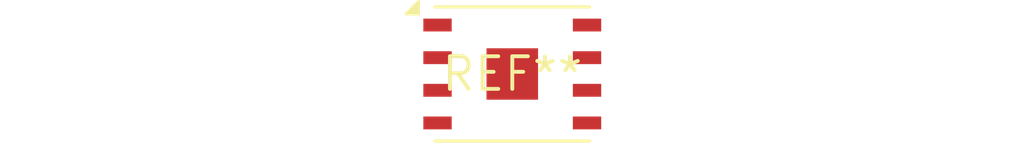
<source format=kicad_pcb>
(kicad_pcb (version 20240108) (generator pcbnew)
  (layers (0 "F.Cu" signal) (31 "B.Cu" signal) (34 "B.Paste" user) (35 "F.Paste" user) (36 "B.SilkS" user "B.Silkscreen") (37 "F.SilkS" user "F.Silkscreen") (38 "B.Mask" user) (39 "F.Mask" user) (44 "Edge.Cuts" user))
  (net 0 "")
  (footprint "DFN-8-1EP_6x5mm_P1.27mm_EP2x2mm" (layer "F.Cu") (at 0 0)
    (property "Reference" "REF**")
    (property "Value" "DFN-8-1EP_6x5mm_P1.27mm_EP2x2mm")
    (fp_line (start -3 -2.61) (end 3 -2.61) (layer "F.SilkS") (stroke (width 0.12)))
    (fp_line (start -3 2.61) (end 3 2.61) (layer "F.SilkS") (stroke (width 0.12)))
    (fp_poly (pts (xy -3.64 -2.34) (xy -4.12 -2.34) (xy -3.64 -2.82) (xy -3.64 -2.34)) (layer "F.SilkS") (stroke (width 0.12)) (fill solid))
    (pad "1" smd rect (at -2.9 -1.905 270) (size 0.5 1.1) (layers "F.Cu" "F.Paste" "F.Mask"))
    (pad "2" smd rect (at -2.9 -0.635 270) (size 0.5 1.1) (layers "F.Cu" "F.Paste" "F.Mask"))
    (pad "3" smd rect (at -2.9 0.635 270) (size 0.5 1.1) (layers "F.Cu" "F.Paste" "F.Mask"))
    (pad "4" smd rect (at -2.9 1.905 270) (size 0.5 1.1) (layers "F.Cu" "F.Paste" "F.Mask"))
    (pad "5" smd rect (at 2.9 1.905 270) (size 0.5 1.1) (layers "F.Cu" "F.Paste" "F.Mask"))
    (pad "6" smd rect (at 2.9 0.635 270) (size 0.5 1.1) (layers "F.Cu" "F.Paste" "F.Mask"))
    (pad "7" smd rect (at 2.9 -0.635 270) (size 0.5 1.1) (layers "F.Cu" "F.Paste" "F.Mask"))
    (pad "8" smd rect (at 2.9 -1.905 270) (size 0.5 1.1) (layers "F.Cu" "F.Paste" "F.Mask"))
    (pad "9" smd rect (at 0 0 270) (size 2 2) (layers "F.Cu" "F.Mask"))
  )
)
</source>
